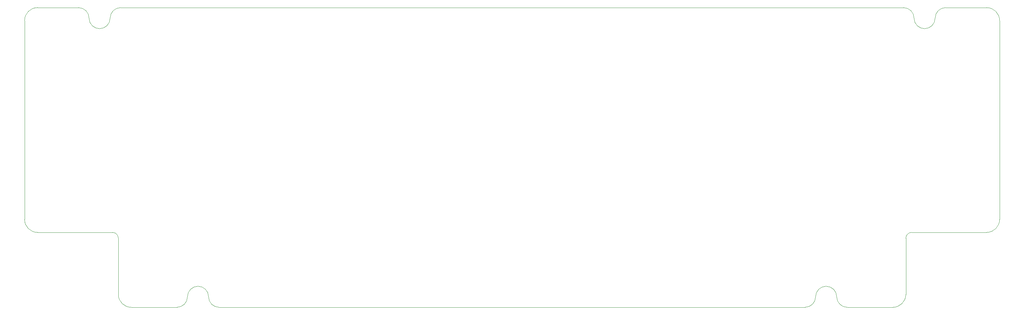
<source format=gm1>
%TF.GenerationSoftware,KiCad,Pcbnew,7.0.6*%
%TF.CreationDate,2023-09-02T22:40:38-04:00*%
%TF.ProjectId,Vault45_alpha,5661756c-7434-4355-9f61-6c7068612e6b,rev?*%
%TF.SameCoordinates,PX18faf56PY663131a*%
%TF.FileFunction,Profile,NP*%
%FSLAX46Y46*%
G04 Gerber Fmt 4.6, Leading zero omitted, Abs format (unit mm)*
G04 Created by KiCad (PCBNEW 7.0.6) date 2023-09-02 22:40:38*
%MOMM*%
%LPD*%
G01*
G04 APERTURE LIST*
%TA.AperFunction,Profile*%
%ADD10C,0.100000*%
%TD*%
G04 APERTURE END LIST*
D10*
X19050048Y70842089D02*
G75*
G03*
X21728961Y73521009I-8J2678921D01*
G01*
X244376437Y19049598D02*
X225326389Y19049598D01*
X206276330Y2678643D02*
G75*
G03*
X208955214Y-270I2678820J-93D01*
G01*
X24407874Y76199919D02*
G75*
G03*
X21728961Y73521009I-4J-2678909D01*
G01*
X13692222Y76199922D02*
X3274227Y76199922D01*
X203597388Y5357525D02*
G75*
G03*
X200918475Y2678643I-38J-2678875D01*
G01*
X-2Y22323825D02*
G75*
G03*
X3274267Y19049598I3274252J25D01*
G01*
X208955214Y-270D02*
X220563837Y-270D01*
X225326389Y19049596D02*
G75*
G03*
X223838104Y17561313I-39J-1488246D01*
G01*
X27086787Y-270D02*
X38695410Y-270D01*
X38695410Y-223D02*
G75*
G03*
X41374323Y2678643I40J2678873D01*
G01*
X40Y22323825D02*
X40Y72925515D01*
X23812600Y3273777D02*
X23812600Y17561313D01*
X16371122Y73521009D02*
G75*
G03*
X13692222Y76199922I-2678872J41D01*
G01*
X46732156Y2678643D02*
G75*
G03*
X44053236Y5357556I-2678906J7D01*
G01*
X206276256Y2678643D02*
G75*
G03*
X203597388Y5357556I-2678906J7D01*
G01*
X233958402Y76199911D02*
G75*
G03*
X231279489Y73521009I-52J-2678861D01*
G01*
X22324315Y19049598D02*
X3274267Y19049598D01*
X220563877Y-404D02*
G75*
G03*
X223838104Y3273777I73J3274154D01*
G01*
X225921622Y73521009D02*
G75*
G03*
X223242750Y76199922I-2678872J41D01*
G01*
X223242330Y76199974D02*
X24407788Y76199974D01*
X16371096Y73521009D02*
G75*
G03*
X19050048Y70842096I2678954J41D01*
G01*
X247650642Y72925515D02*
G75*
G03*
X244376437Y76199742I-3274192J35D01*
G01*
X247650664Y72925515D02*
X247650664Y22323825D01*
X49411062Y-270D02*
X198239562Y-270D01*
X23812598Y17561313D02*
G75*
G03*
X22324315Y19049598I-1488348J-63D01*
G01*
X223838104Y17561313D02*
X223838104Y3273777D01*
X244376437Y19049536D02*
G75*
G03*
X247650664Y22323825I-87J3274314D01*
G01*
X228600576Y70842111D02*
G75*
G03*
X231279489Y73521009I-26J2678939D01*
G01*
X233958402Y76199922D02*
X244376397Y76199922D01*
X198239562Y-275D02*
G75*
G03*
X200918475Y2678643I-12J2678925D01*
G01*
X225921696Y73521009D02*
G75*
G03*
X228600576Y70842096I2678854J-59D01*
G01*
X23812650Y3273777D02*
G75*
G03*
X27086827Y-450I3274300J73D01*
G01*
X3274267Y76199740D02*
G75*
G03*
X40Y72925515I3J-3274230D01*
G01*
X46732130Y2678643D02*
G75*
G03*
X49411062Y-270I2678920J7D01*
G01*
X44053236Y5357577D02*
G75*
G03*
X41374323Y2678643I14J-2678927D01*
G01*
M02*

</source>
